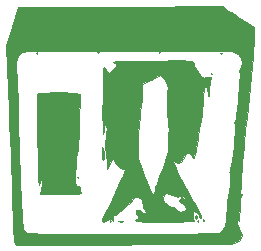
<source format=gbr>
G04 #@! TF.GenerationSoftware,KiCad,Pcbnew,(5.1.7)-1*
G04 #@! TF.CreationDate,2022-02-27T16:52:08+00:00*
G04 #@! TF.ProjectId,LBKEY,4c424b45-592e-46b6-9963-61645f706362,rev?*
G04 #@! TF.SameCoordinates,Original*
G04 #@! TF.FileFunction,Legend,Bot*
G04 #@! TF.FilePolarity,Positive*
%FSLAX46Y46*%
G04 Gerber Fmt 4.6, Leading zero omitted, Abs format (unit mm)*
G04 Created by KiCad (PCBNEW (5.1.7)-1) date 2022-02-27 16:52:08*
%MOMM*%
%LPD*%
G01*
G04 APERTURE LIST*
%ADD10C,0.010000*%
G04 APERTURE END LIST*
D10*
G36*
X84389576Y-31942424D02*
G01*
X84458213Y-31926575D01*
X84466546Y-31865454D01*
X84424303Y-31770422D01*
X84389576Y-31788484D01*
X84375758Y-31925502D01*
X84389576Y-31942424D01*
G37*
X84389576Y-31942424D02*
X84458213Y-31926575D01*
X84466546Y-31865454D01*
X84424303Y-31770422D01*
X84389576Y-31788484D01*
X84375758Y-31925502D01*
X84389576Y-31942424D01*
G36*
X87872455Y-42487272D02*
G01*
X87930182Y-42429545D01*
X87872455Y-42371818D01*
X87814727Y-42429545D01*
X87872455Y-42487272D01*
G37*
X87872455Y-42487272D02*
X87930182Y-42429545D01*
X87872455Y-42371818D01*
X87814727Y-42429545D01*
X87872455Y-42487272D01*
G36*
X84425383Y-36291943D02*
G01*
X84430138Y-36946969D01*
X84438280Y-37725890D01*
X84449626Y-38601963D01*
X84461126Y-39370000D01*
X84478193Y-40431802D01*
X84493170Y-41282102D01*
X84507551Y-41940275D01*
X84522833Y-42425701D01*
X84540512Y-42757756D01*
X84562084Y-42955818D01*
X84589045Y-43039266D01*
X84622890Y-43027476D01*
X84665117Y-42939827D01*
X84717220Y-42795697D01*
X84724075Y-42775909D01*
X84923877Y-42198636D01*
X84871463Y-42660454D01*
X84815897Y-43073428D01*
X84750314Y-43464408D01*
X84743820Y-43497500D01*
X84668591Y-43872727D01*
X86414841Y-43872727D01*
X87120998Y-43868018D01*
X87621684Y-43852488D01*
X87942170Y-43824027D01*
X88107730Y-43780530D01*
X88145368Y-43728409D01*
X88111951Y-43503601D01*
X88078728Y-43317578D01*
X88014976Y-43137436D01*
X87901401Y-43157949D01*
X87863542Y-43187397D01*
X87725417Y-43281360D01*
X87694722Y-43280727D01*
X87647466Y-42734581D01*
X87627717Y-42276405D01*
X87635807Y-41950131D01*
X87672069Y-41799688D01*
X87683483Y-41794545D01*
X87733917Y-41692629D01*
X87741583Y-41435360D01*
X87729708Y-41291905D01*
X87720202Y-40928179D01*
X87765429Y-40631689D01*
X87790048Y-40570314D01*
X87828355Y-40393644D01*
X87869369Y-40023304D01*
X87910346Y-39496469D01*
X87948539Y-38850315D01*
X87981203Y-38122016D01*
X87990993Y-37849498D01*
X88074943Y-35347634D01*
X87531741Y-35266176D01*
X87410637Y-35256025D01*
X87410637Y-42487272D01*
X87468364Y-42545000D01*
X87410637Y-42602727D01*
X87352909Y-42545000D01*
X87410637Y-42487272D01*
X87410637Y-35256025D01*
X87244129Y-35242066D01*
X86822918Y-35229904D01*
X86320646Y-35228476D01*
X85789848Y-35236570D01*
X85283062Y-35252974D01*
X84852824Y-35276475D01*
X84551672Y-35305860D01*
X84433293Y-35337680D01*
X84426777Y-35460554D01*
X84424201Y-35787557D01*
X84425383Y-36291943D01*
G37*
X84425383Y-36291943D02*
X84430138Y-36946969D01*
X84438280Y-37725890D01*
X84449626Y-38601963D01*
X84461126Y-39370000D01*
X84478193Y-40431802D01*
X84493170Y-41282102D01*
X84507551Y-41940275D01*
X84522833Y-42425701D01*
X84540512Y-42757756D01*
X84562084Y-42955818D01*
X84589045Y-43039266D01*
X84622890Y-43027476D01*
X84665117Y-42939827D01*
X84717220Y-42795697D01*
X84724075Y-42775909D01*
X84923877Y-42198636D01*
X84871463Y-42660454D01*
X84815897Y-43073428D01*
X84750314Y-43464408D01*
X84743820Y-43497500D01*
X84668591Y-43872727D01*
X86414841Y-43872727D01*
X87120998Y-43868018D01*
X87621684Y-43852488D01*
X87942170Y-43824027D01*
X88107730Y-43780530D01*
X88145368Y-43728409D01*
X88111951Y-43503601D01*
X88078728Y-43317578D01*
X88014976Y-43137436D01*
X87901401Y-43157949D01*
X87863542Y-43187397D01*
X87725417Y-43281360D01*
X87694722Y-43280727D01*
X87647466Y-42734581D01*
X87627717Y-42276405D01*
X87635807Y-41950131D01*
X87672069Y-41799688D01*
X87683483Y-41794545D01*
X87733917Y-41692629D01*
X87741583Y-41435360D01*
X87729708Y-41291905D01*
X87720202Y-40928179D01*
X87765429Y-40631689D01*
X87790048Y-40570314D01*
X87828355Y-40393644D01*
X87869369Y-40023304D01*
X87910346Y-39496469D01*
X87948539Y-38850315D01*
X87981203Y-38122016D01*
X87990993Y-37849498D01*
X88074943Y-35347634D01*
X87531741Y-35266176D01*
X87410637Y-35256025D01*
X87410637Y-42487272D01*
X87468364Y-42545000D01*
X87410637Y-42602727D01*
X87352909Y-42545000D01*
X87410637Y-42487272D01*
X87410637Y-35256025D01*
X87244129Y-35242066D01*
X86822918Y-35229904D01*
X86320646Y-35228476D01*
X85789848Y-35236570D01*
X85283062Y-35252974D01*
X84852824Y-35276475D01*
X84551672Y-35305860D01*
X84433293Y-35337680D01*
X84426777Y-35460554D01*
X84424201Y-35787557D01*
X84425383Y-36291943D01*
G36*
X89604273Y-31865454D02*
G01*
X89662000Y-31807727D01*
X89604273Y-31750000D01*
X89546546Y-31807727D01*
X89604273Y-31865454D01*
G37*
X89604273Y-31865454D02*
X89662000Y-31807727D01*
X89604273Y-31750000D01*
X89546546Y-31807727D01*
X89604273Y-31865454D01*
G36*
X89916335Y-40609180D02*
G01*
X89959382Y-40855556D01*
X89996818Y-40921500D01*
X90063176Y-40872013D01*
X90091062Y-40664190D01*
X90080076Y-40367446D01*
X90029818Y-40051196D01*
X90002435Y-39947272D01*
X89951706Y-39829287D01*
X89921313Y-39905105D01*
X89905856Y-40191839D01*
X89904418Y-40257959D01*
X89916335Y-40609180D01*
G37*
X89916335Y-40609180D02*
X89959382Y-40855556D01*
X89996818Y-40921500D01*
X90063176Y-40872013D01*
X90091062Y-40664190D01*
X90080076Y-40367446D01*
X90029818Y-40051196D01*
X90002435Y-39947272D01*
X89951706Y-39829287D01*
X89921313Y-39905105D01*
X89905856Y-40191839D01*
X89904418Y-40257959D01*
X89916335Y-40609180D01*
G36*
X90643364Y-46181818D02*
G01*
X90701091Y-46124091D01*
X90643364Y-46066363D01*
X90585637Y-46124091D01*
X90643364Y-46181818D01*
G37*
X90643364Y-46181818D02*
X90701091Y-46124091D01*
X90643364Y-46066363D01*
X90585637Y-46124091D01*
X90643364Y-46181818D01*
G36*
X91307227Y-46145949D02*
G01*
X91600046Y-46163904D01*
X91711318Y-46145949D01*
X91747251Y-46112485D01*
X91587607Y-46094266D01*
X91509273Y-46093149D01*
X91299224Y-46105186D01*
X91274470Y-46135155D01*
X91307227Y-46145949D01*
G37*
X91307227Y-46145949D02*
X91600046Y-46163904D01*
X91711318Y-46145949D01*
X91747251Y-46112485D01*
X91587607Y-46094266D01*
X91509273Y-46093149D01*
X91299224Y-46105186D01*
X91274470Y-46135155D01*
X91307227Y-46145949D01*
G36*
X94799727Y-31865454D02*
G01*
X94857455Y-31807727D01*
X94799727Y-31750000D01*
X94742000Y-31807727D01*
X94799727Y-31865454D01*
G37*
X94799727Y-31865454D02*
X94857455Y-31807727D01*
X94799727Y-31750000D01*
X94742000Y-31807727D01*
X94799727Y-31865454D01*
G36*
X97817521Y-45777727D02*
G01*
X97899469Y-45929638D01*
X97929352Y-45950909D01*
X97969712Y-45856631D01*
X97974727Y-45777727D01*
X97914306Y-45624055D01*
X97862896Y-45604545D01*
X97799372Y-45689174D01*
X97817521Y-45777727D01*
G37*
X97817521Y-45777727D02*
X97899469Y-45929638D01*
X97929352Y-45950909D01*
X97969712Y-45856631D01*
X97974727Y-45777727D01*
X97914306Y-45624055D01*
X97862896Y-45604545D01*
X97799372Y-45689174D01*
X97817521Y-45777727D01*
G36*
X98032455Y-46181818D02*
G01*
X98090182Y-46124091D01*
X98032455Y-46066363D01*
X97974727Y-46124091D01*
X98032455Y-46181818D01*
G37*
X98032455Y-46181818D02*
X98090182Y-46124091D01*
X98032455Y-46066363D01*
X97974727Y-46124091D01*
X98032455Y-46181818D01*
G36*
X98475030Y-46143333D02*
G01*
X98543668Y-46127485D01*
X98552000Y-46066363D01*
X98509757Y-45971331D01*
X98475030Y-45989394D01*
X98461213Y-46126411D01*
X98475030Y-46143333D01*
G37*
X98475030Y-46143333D02*
X98543668Y-46127485D01*
X98552000Y-46066363D01*
X98509757Y-45971331D01*
X98475030Y-45989394D01*
X98461213Y-46126411D01*
X98475030Y-46143333D01*
G36*
X89981102Y-46162891D02*
G01*
X90183944Y-46125985D01*
X90408832Y-46033411D01*
X90507329Y-45967989D01*
X90667470Y-45889523D01*
X90795964Y-46010329D01*
X90808812Y-46031097D01*
X90889474Y-46143324D01*
X90892845Y-46063219D01*
X90863343Y-45922045D01*
X90839010Y-45691968D01*
X90934547Y-45610257D01*
X91017670Y-45604545D01*
X91230595Y-45518098D01*
X91470824Y-45304296D01*
X91519464Y-45244884D01*
X91768994Y-44980942D01*
X92023412Y-44800400D01*
X92058348Y-44785136D01*
X92298295Y-44604193D01*
X92434905Y-44387022D01*
X92556401Y-44179580D01*
X92757292Y-44117002D01*
X92923517Y-44125179D01*
X93161090Y-44168342D01*
X93283791Y-44282881D01*
X93347911Y-44537128D01*
X93365611Y-44661859D01*
X93441301Y-44991975D01*
X93551270Y-45221471D01*
X93593177Y-45261718D01*
X93691852Y-45386151D01*
X93673492Y-45441538D01*
X93527865Y-45452644D01*
X93445927Y-45406764D01*
X93216358Y-45286005D01*
X93039046Y-45227938D01*
X92838089Y-45221568D01*
X92779488Y-45367268D01*
X92779273Y-45384445D01*
X92829739Y-45566105D01*
X92894727Y-45604545D01*
X92997792Y-45684293D01*
X92990731Y-45846662D01*
X92882334Y-45976337D01*
X92865864Y-45983208D01*
X92747230Y-46049541D01*
X92812840Y-46100836D01*
X93072214Y-46137949D01*
X93534873Y-46161734D01*
X94210336Y-46173048D01*
X94983151Y-46173390D01*
X95850879Y-46169043D01*
X96514892Y-46164051D01*
X97002381Y-46157131D01*
X97340540Y-46147002D01*
X97556561Y-46132382D01*
X97677637Y-46111990D01*
X97730959Y-46084544D01*
X97743720Y-46048763D01*
X97743818Y-46043272D01*
X97658975Y-45951207D01*
X97651547Y-45950909D01*
X97603346Y-45850295D01*
X97601278Y-45601589D01*
X97607948Y-45534000D01*
X97658807Y-45292180D01*
X97724498Y-45235071D01*
X97741991Y-45255224D01*
X97875960Y-45370889D01*
X97920823Y-45375413D01*
X98025141Y-45456768D01*
X98145153Y-45677638D01*
X98145642Y-45678833D01*
X98254365Y-45869352D01*
X98339441Y-45894389D01*
X98343113Y-45888963D01*
X98315938Y-45749409D01*
X98191368Y-45457104D01*
X97990475Y-45057504D01*
X97783144Y-44680909D01*
X97686091Y-44507864D01*
X97686091Y-44796363D01*
X97743818Y-44854091D01*
X97686091Y-44911818D01*
X97628364Y-44854091D01*
X97686091Y-44796363D01*
X97686091Y-44507864D01*
X97570637Y-44302008D01*
X97570637Y-44565454D01*
X97628364Y-44623181D01*
X97570637Y-44680909D01*
X97512909Y-44623181D01*
X97570637Y-44565454D01*
X97570637Y-44302008D01*
X97455182Y-44096151D01*
X97455182Y-45027272D01*
X97512909Y-45085000D01*
X97485306Y-45112603D01*
X97485306Y-45308256D01*
X97503794Y-45421742D01*
X97482567Y-45571488D01*
X97443155Y-45573276D01*
X97415594Y-45418753D01*
X97434041Y-45351988D01*
X97485306Y-45308256D01*
X97485306Y-45112603D01*
X97455182Y-45142727D01*
X97397455Y-45085000D01*
X97455182Y-45027272D01*
X97455182Y-44096151D01*
X97389092Y-43978312D01*
X97224273Y-43674235D01*
X97224273Y-44219091D01*
X97282000Y-44276818D01*
X97224273Y-44334545D01*
X97166546Y-44276818D01*
X97224273Y-44219091D01*
X97224273Y-43674235D01*
X97108818Y-43461229D01*
X97108818Y-43872727D01*
X97166546Y-43930454D01*
X97108818Y-43988181D01*
X97051091Y-43930454D01*
X97108818Y-43872727D01*
X97108818Y-43461229D01*
X97019910Y-43297200D01*
X96730348Y-42743943D01*
X96730348Y-43915440D01*
X96836956Y-43984440D01*
X96880388Y-44037480D01*
X96986603Y-44229910D01*
X96985893Y-44322773D01*
X96882734Y-44296611D01*
X96815672Y-44215747D01*
X96717761Y-44007672D01*
X96730348Y-43915440D01*
X96730348Y-42743943D01*
X96687639Y-42662340D01*
X96647000Y-42581464D01*
X96647000Y-43410909D01*
X96704727Y-43468636D01*
X96647000Y-43526363D01*
X96589273Y-43468636D01*
X96647000Y-43410909D01*
X96647000Y-42581464D01*
X96404319Y-42098499D01*
X96181991Y-41630442D01*
X96032696Y-41282936D01*
X95968475Y-41080747D01*
X96001368Y-41048643D01*
X96029069Y-41072954D01*
X96305396Y-41221639D01*
X96580575Y-41161030D01*
X96800757Y-40906650D01*
X96830163Y-40842045D01*
X97010332Y-40461607D01*
X97166014Y-40295668D01*
X97322758Y-40333305D01*
X97500825Y-40555301D01*
X97654753Y-40774555D01*
X97726715Y-40806090D01*
X97743612Y-40697727D01*
X97784411Y-40443772D01*
X97881248Y-40099214D01*
X97913671Y-40005000D01*
X98008168Y-39623271D01*
X98070786Y-39143169D01*
X98085114Y-38844681D01*
X98107079Y-38451908D01*
X98158829Y-38148536D01*
X98213579Y-38022784D01*
X98266333Y-37867592D01*
X98325268Y-37527757D01*
X98384077Y-37049210D01*
X98436455Y-36477881D01*
X98449146Y-36307029D01*
X98512813Y-35519484D01*
X98576826Y-34957312D01*
X98640867Y-34621619D01*
X98704618Y-34513513D01*
X98767759Y-34634102D01*
X98829726Y-34982627D01*
X98881556Y-35310165D01*
X98929706Y-35510578D01*
X98953733Y-35543115D01*
X98982222Y-35413542D01*
X99011622Y-35121764D01*
X99031405Y-34808046D01*
X99064869Y-34428479D01*
X99117142Y-34149342D01*
X99164662Y-34046294D01*
X99161754Y-33956280D01*
X99066592Y-33899984D01*
X98817799Y-33902487D01*
X98699661Y-33964817D01*
X98551288Y-34030306D01*
X98395734Y-33930193D01*
X98303000Y-33822491D01*
X97950913Y-33343825D01*
X97746926Y-32973797D01*
X97702528Y-32733764D01*
X97707852Y-32716288D01*
X97675616Y-32643160D01*
X97503816Y-32588339D01*
X97174970Y-32550701D01*
X96671596Y-32529120D01*
X95976211Y-32522469D01*
X95071334Y-32529623D01*
X94857455Y-32532706D01*
X94853073Y-32532765D01*
X94853073Y-33780782D01*
X95183568Y-34097417D01*
X95442447Y-34483225D01*
X95483843Y-34917216D01*
X95436532Y-35098181D01*
X95418700Y-35273496D01*
X95414778Y-35620662D01*
X95422487Y-36081187D01*
X95439548Y-36596582D01*
X95463680Y-37108357D01*
X95492605Y-37558020D01*
X95524043Y-37887083D01*
X95550691Y-38027419D01*
X95597976Y-38328037D01*
X95571515Y-38504091D01*
X95533612Y-38746304D01*
X95519583Y-39119366D01*
X95525740Y-39385617D01*
X95531475Y-39783655D01*
X95499327Y-40158834D01*
X95417285Y-40561406D01*
X95273339Y-41041622D01*
X95260174Y-41078369D01*
X95260174Y-43777886D01*
X95389357Y-43784321D01*
X95659288Y-43860458D01*
X95849309Y-43928324D01*
X96197696Y-44042983D01*
X96393082Y-44053133D01*
X96470865Y-43992960D01*
X96557312Y-43950684D01*
X96620215Y-44094035D01*
X96630510Y-44256237D01*
X96578506Y-44270163D01*
X96488636Y-44302586D01*
X96473818Y-44385459D01*
X96560398Y-44542924D01*
X96641263Y-44565454D01*
X96833509Y-44662912D01*
X96992828Y-44890371D01*
X97047580Y-45106083D01*
X96955553Y-45249390D01*
X96836447Y-45310746D01*
X96513653Y-45325661D01*
X96263280Y-45183720D01*
X96197732Y-45076073D01*
X96046766Y-44951148D01*
X95842442Y-44911818D01*
X95623699Y-44875359D01*
X95550182Y-44804143D01*
X95454543Y-44688322D01*
X95307166Y-44619339D01*
X95142037Y-44522935D01*
X95111726Y-44333555D01*
X95135186Y-44187023D01*
X95200601Y-43922303D01*
X95259378Y-43778712D01*
X95260174Y-43777886D01*
X95260174Y-41078369D01*
X95055479Y-41649734D01*
X94867293Y-42140612D01*
X94677073Y-42646107D01*
X94568818Y-42956211D01*
X94568818Y-44219091D01*
X94626546Y-44276818D01*
X94568818Y-44334545D01*
X94511091Y-44276818D01*
X94568818Y-44219091D01*
X94568818Y-42956211D01*
X94523573Y-43085819D01*
X94453364Y-43313319D01*
X94453364Y-43988181D01*
X94511091Y-44045909D01*
X94453364Y-44103636D01*
X94395637Y-44045909D01*
X94453364Y-43988181D01*
X94453364Y-43313319D01*
X94424302Y-43407490D01*
X94395637Y-43548116D01*
X94344402Y-43768337D01*
X94218939Y-43793950D01*
X94061603Y-43629663D01*
X93995526Y-43503654D01*
X93991546Y-43494140D01*
X93991546Y-44219091D01*
X94049273Y-44276818D01*
X93991546Y-44334545D01*
X93933818Y-44276818D01*
X93991546Y-44219091D01*
X93991546Y-43494140D01*
X93882687Y-43233891D01*
X93716391Y-42813644D01*
X93522607Y-42309246D01*
X93394225Y-41967727D01*
X93211407Y-41466353D01*
X93090623Y-41082553D01*
X93020355Y-40743300D01*
X92989084Y-40375567D01*
X92985291Y-39906330D01*
X92993856Y-39429523D01*
X93022065Y-38732140D01*
X93074105Y-37972335D01*
X93141453Y-37261653D01*
X93187884Y-36889523D01*
X93260666Y-36316515D01*
X93317449Y-35753360D01*
X93349922Y-35288088D01*
X93354430Y-35125967D01*
X93356546Y-34518753D01*
X94104809Y-34149767D01*
X94853073Y-33780782D01*
X94853073Y-32532765D01*
X94395637Y-32538953D01*
X94395637Y-32789091D01*
X94490669Y-32831334D01*
X94472606Y-32866060D01*
X94335589Y-32879878D01*
X94318667Y-32866060D01*
X94334515Y-32797423D01*
X94395637Y-32789091D01*
X94395637Y-32538953D01*
X94295881Y-32540303D01*
X93595898Y-32548301D01*
X92850003Y-32555710D01*
X92202000Y-32561158D01*
X91913364Y-32566059D01*
X91913364Y-41448181D01*
X91971091Y-41505909D01*
X91913364Y-41563636D01*
X91855637Y-41505909D01*
X91913364Y-41448181D01*
X91913364Y-32566059D01*
X91537906Y-32572435D01*
X91101078Y-32594814D01*
X90888127Y-32628598D01*
X90895662Y-32674091D01*
X90903137Y-32677234D01*
X91101134Y-32789902D01*
X91159261Y-32871961D01*
X91082019Y-33024730D01*
X90904598Y-33245789D01*
X90697166Y-33458605D01*
X90529892Y-33586646D01*
X90494252Y-33597272D01*
X90378011Y-33503914D01*
X90242668Y-33279772D01*
X90131543Y-33094000D01*
X90062619Y-33070830D01*
X90060104Y-33077727D01*
X90040746Y-33247021D01*
X90023214Y-33591538D01*
X90007792Y-34075216D01*
X89994761Y-34661994D01*
X89984406Y-35315809D01*
X89977010Y-36000601D01*
X89972856Y-36680306D01*
X89972227Y-37318863D01*
X89975406Y-37880211D01*
X89982677Y-38328287D01*
X89994323Y-38627029D01*
X90010626Y-38740377D01*
X90015675Y-38735000D01*
X90084739Y-38458489D01*
X90124356Y-38110237D01*
X90124818Y-38100000D01*
X90142048Y-37695909D01*
X90265251Y-38035134D01*
X90326173Y-38348915D01*
X90301497Y-38766867D01*
X90243666Y-39102782D01*
X90179229Y-39531810D01*
X90166027Y-39875079D01*
X90193948Y-40033557D01*
X90269459Y-40297806D01*
X90304401Y-40582272D01*
X90321281Y-40954590D01*
X90338857Y-41332727D01*
X90357931Y-41736818D01*
X90614990Y-41234612D01*
X90770819Y-40950573D01*
X90862133Y-40854524D01*
X90917184Y-40923003D01*
X90930888Y-40972268D01*
X91087494Y-41309392D01*
X91337610Y-41568906D01*
X91610680Y-41678814D01*
X91623597Y-41679091D01*
X91811853Y-41725092D01*
X91855637Y-41789366D01*
X91808036Y-41954709D01*
X91677245Y-42287156D01*
X91481274Y-42746263D01*
X91238136Y-43291583D01*
X90965843Y-43882673D01*
X90682410Y-44479087D01*
X90422663Y-45006946D01*
X90201501Y-45452755D01*
X90025625Y-45817647D01*
X89917061Y-46055302D01*
X89892909Y-46121059D01*
X89981102Y-46162891D01*
G37*
X89981102Y-46162891D02*
X90183944Y-46125985D01*
X90408832Y-46033411D01*
X90507329Y-45967989D01*
X90667470Y-45889523D01*
X90795964Y-46010329D01*
X90808812Y-46031097D01*
X90889474Y-46143324D01*
X90892845Y-46063219D01*
X90863343Y-45922045D01*
X90839010Y-45691968D01*
X90934547Y-45610257D01*
X91017670Y-45604545D01*
X91230595Y-45518098D01*
X91470824Y-45304296D01*
X91519464Y-45244884D01*
X91768994Y-44980942D01*
X92023412Y-44800400D01*
X92058348Y-44785136D01*
X92298295Y-44604193D01*
X92434905Y-44387022D01*
X92556401Y-44179580D01*
X92757292Y-44117002D01*
X92923517Y-44125179D01*
X93161090Y-44168342D01*
X93283791Y-44282881D01*
X93347911Y-44537128D01*
X93365611Y-44661859D01*
X93441301Y-44991975D01*
X93551270Y-45221471D01*
X93593177Y-45261718D01*
X93691852Y-45386151D01*
X93673492Y-45441538D01*
X93527865Y-45452644D01*
X93445927Y-45406764D01*
X93216358Y-45286005D01*
X93039046Y-45227938D01*
X92838089Y-45221568D01*
X92779488Y-45367268D01*
X92779273Y-45384445D01*
X92829739Y-45566105D01*
X92894727Y-45604545D01*
X92997792Y-45684293D01*
X92990731Y-45846662D01*
X92882334Y-45976337D01*
X92865864Y-45983208D01*
X92747230Y-46049541D01*
X92812840Y-46100836D01*
X93072214Y-46137949D01*
X93534873Y-46161734D01*
X94210336Y-46173048D01*
X94983151Y-46173390D01*
X95850879Y-46169043D01*
X96514892Y-46164051D01*
X97002381Y-46157131D01*
X97340540Y-46147002D01*
X97556561Y-46132382D01*
X97677637Y-46111990D01*
X97730959Y-46084544D01*
X97743720Y-46048763D01*
X97743818Y-46043272D01*
X97658975Y-45951207D01*
X97651547Y-45950909D01*
X97603346Y-45850295D01*
X97601278Y-45601589D01*
X97607948Y-45534000D01*
X97658807Y-45292180D01*
X97724498Y-45235071D01*
X97741991Y-45255224D01*
X97875960Y-45370889D01*
X97920823Y-45375413D01*
X98025141Y-45456768D01*
X98145153Y-45677638D01*
X98145642Y-45678833D01*
X98254365Y-45869352D01*
X98339441Y-45894389D01*
X98343113Y-45888963D01*
X98315938Y-45749409D01*
X98191368Y-45457104D01*
X97990475Y-45057504D01*
X97783144Y-44680909D01*
X97686091Y-44507864D01*
X97686091Y-44796363D01*
X97743818Y-44854091D01*
X97686091Y-44911818D01*
X97628364Y-44854091D01*
X97686091Y-44796363D01*
X97686091Y-44507864D01*
X97570637Y-44302008D01*
X97570637Y-44565454D01*
X97628364Y-44623181D01*
X97570637Y-44680909D01*
X97512909Y-44623181D01*
X97570637Y-44565454D01*
X97570637Y-44302008D01*
X97455182Y-44096151D01*
X97455182Y-45027272D01*
X97512909Y-45085000D01*
X97485306Y-45112603D01*
X97485306Y-45308256D01*
X97503794Y-45421742D01*
X97482567Y-45571488D01*
X97443155Y-45573276D01*
X97415594Y-45418753D01*
X97434041Y-45351988D01*
X97485306Y-45308256D01*
X97485306Y-45112603D01*
X97455182Y-45142727D01*
X97397455Y-45085000D01*
X97455182Y-45027272D01*
X97455182Y-44096151D01*
X97389092Y-43978312D01*
X97224273Y-43674235D01*
X97224273Y-44219091D01*
X97282000Y-44276818D01*
X97224273Y-44334545D01*
X97166546Y-44276818D01*
X97224273Y-44219091D01*
X97224273Y-43674235D01*
X97108818Y-43461229D01*
X97108818Y-43872727D01*
X97166546Y-43930454D01*
X97108818Y-43988181D01*
X97051091Y-43930454D01*
X97108818Y-43872727D01*
X97108818Y-43461229D01*
X97019910Y-43297200D01*
X96730348Y-42743943D01*
X96730348Y-43915440D01*
X96836956Y-43984440D01*
X96880388Y-44037480D01*
X96986603Y-44229910D01*
X96985893Y-44322773D01*
X96882734Y-44296611D01*
X96815672Y-44215747D01*
X96717761Y-44007672D01*
X96730348Y-43915440D01*
X96730348Y-42743943D01*
X96687639Y-42662340D01*
X96647000Y-42581464D01*
X96647000Y-43410909D01*
X96704727Y-43468636D01*
X96647000Y-43526363D01*
X96589273Y-43468636D01*
X96647000Y-43410909D01*
X96647000Y-42581464D01*
X96404319Y-42098499D01*
X96181991Y-41630442D01*
X96032696Y-41282936D01*
X95968475Y-41080747D01*
X96001368Y-41048643D01*
X96029069Y-41072954D01*
X96305396Y-41221639D01*
X96580575Y-41161030D01*
X96800757Y-40906650D01*
X96830163Y-40842045D01*
X97010332Y-40461607D01*
X97166014Y-40295668D01*
X97322758Y-40333305D01*
X97500825Y-40555301D01*
X97654753Y-40774555D01*
X97726715Y-40806090D01*
X97743612Y-40697727D01*
X97784411Y-40443772D01*
X97881248Y-40099214D01*
X97913671Y-40005000D01*
X98008168Y-39623271D01*
X98070786Y-39143169D01*
X98085114Y-38844681D01*
X98107079Y-38451908D01*
X98158829Y-38148536D01*
X98213579Y-38022784D01*
X98266333Y-37867592D01*
X98325268Y-37527757D01*
X98384077Y-37049210D01*
X98436455Y-36477881D01*
X98449146Y-36307029D01*
X98512813Y-35519484D01*
X98576826Y-34957312D01*
X98640867Y-34621619D01*
X98704618Y-34513513D01*
X98767759Y-34634102D01*
X98829726Y-34982627D01*
X98881556Y-35310165D01*
X98929706Y-35510578D01*
X98953733Y-35543115D01*
X98982222Y-35413542D01*
X99011622Y-35121764D01*
X99031405Y-34808046D01*
X99064869Y-34428479D01*
X99117142Y-34149342D01*
X99164662Y-34046294D01*
X99161754Y-33956280D01*
X99066592Y-33899984D01*
X98817799Y-33902487D01*
X98699661Y-33964817D01*
X98551288Y-34030306D01*
X98395734Y-33930193D01*
X98303000Y-33822491D01*
X97950913Y-33343825D01*
X97746926Y-32973797D01*
X97702528Y-32733764D01*
X97707852Y-32716288D01*
X97675616Y-32643160D01*
X97503816Y-32588339D01*
X97174970Y-32550701D01*
X96671596Y-32529120D01*
X95976211Y-32522469D01*
X95071334Y-32529623D01*
X94857455Y-32532706D01*
X94853073Y-32532765D01*
X94853073Y-33780782D01*
X95183568Y-34097417D01*
X95442447Y-34483225D01*
X95483843Y-34917216D01*
X95436532Y-35098181D01*
X95418700Y-35273496D01*
X95414778Y-35620662D01*
X95422487Y-36081187D01*
X95439548Y-36596582D01*
X95463680Y-37108357D01*
X95492605Y-37558020D01*
X95524043Y-37887083D01*
X95550691Y-38027419D01*
X95597976Y-38328037D01*
X95571515Y-38504091D01*
X95533612Y-38746304D01*
X95519583Y-39119366D01*
X95525740Y-39385617D01*
X95531475Y-39783655D01*
X95499327Y-40158834D01*
X95417285Y-40561406D01*
X95273339Y-41041622D01*
X95260174Y-41078369D01*
X95260174Y-43777886D01*
X95389357Y-43784321D01*
X95659288Y-43860458D01*
X95849309Y-43928324D01*
X96197696Y-44042983D01*
X96393082Y-44053133D01*
X96470865Y-43992960D01*
X96557312Y-43950684D01*
X96620215Y-44094035D01*
X96630510Y-44256237D01*
X96578506Y-44270163D01*
X96488636Y-44302586D01*
X96473818Y-44385459D01*
X96560398Y-44542924D01*
X96641263Y-44565454D01*
X96833509Y-44662912D01*
X96992828Y-44890371D01*
X97047580Y-45106083D01*
X96955553Y-45249390D01*
X96836447Y-45310746D01*
X96513653Y-45325661D01*
X96263280Y-45183720D01*
X96197732Y-45076073D01*
X96046766Y-44951148D01*
X95842442Y-44911818D01*
X95623699Y-44875359D01*
X95550182Y-44804143D01*
X95454543Y-44688322D01*
X95307166Y-44619339D01*
X95142037Y-44522935D01*
X95111726Y-44333555D01*
X95135186Y-44187023D01*
X95200601Y-43922303D01*
X95259378Y-43778712D01*
X95260174Y-43777886D01*
X95260174Y-41078369D01*
X95055479Y-41649734D01*
X94867293Y-42140612D01*
X94677073Y-42646107D01*
X94568818Y-42956211D01*
X94568818Y-44219091D01*
X94626546Y-44276818D01*
X94568818Y-44334545D01*
X94511091Y-44276818D01*
X94568818Y-44219091D01*
X94568818Y-42956211D01*
X94523573Y-43085819D01*
X94453364Y-43313319D01*
X94453364Y-43988181D01*
X94511091Y-44045909D01*
X94453364Y-44103636D01*
X94395637Y-44045909D01*
X94453364Y-43988181D01*
X94453364Y-43313319D01*
X94424302Y-43407490D01*
X94395637Y-43548116D01*
X94344402Y-43768337D01*
X94218939Y-43793950D01*
X94061603Y-43629663D01*
X93995526Y-43503654D01*
X93991546Y-43494140D01*
X93991546Y-44219091D01*
X94049273Y-44276818D01*
X93991546Y-44334545D01*
X93933818Y-44276818D01*
X93991546Y-44219091D01*
X93991546Y-43494140D01*
X93882687Y-43233891D01*
X93716391Y-42813644D01*
X93522607Y-42309246D01*
X93394225Y-41967727D01*
X93211407Y-41466353D01*
X93090623Y-41082553D01*
X93020355Y-40743300D01*
X92989084Y-40375567D01*
X92985291Y-39906330D01*
X92993856Y-39429523D01*
X93022065Y-38732140D01*
X93074105Y-37972335D01*
X93141453Y-37261653D01*
X93187884Y-36889523D01*
X93260666Y-36316515D01*
X93317449Y-35753360D01*
X93349922Y-35288088D01*
X93354430Y-35125967D01*
X93356546Y-34518753D01*
X94104809Y-34149767D01*
X94853073Y-33780782D01*
X94853073Y-32532765D01*
X94395637Y-32538953D01*
X94395637Y-32789091D01*
X94490669Y-32831334D01*
X94472606Y-32866060D01*
X94335589Y-32879878D01*
X94318667Y-32866060D01*
X94334515Y-32797423D01*
X94395637Y-32789091D01*
X94395637Y-32538953D01*
X94295881Y-32540303D01*
X93595898Y-32548301D01*
X92850003Y-32555710D01*
X92202000Y-32561158D01*
X91913364Y-32566059D01*
X91913364Y-41448181D01*
X91971091Y-41505909D01*
X91913364Y-41563636D01*
X91855637Y-41505909D01*
X91913364Y-41448181D01*
X91913364Y-32566059D01*
X91537906Y-32572435D01*
X91101078Y-32594814D01*
X90888127Y-32628598D01*
X90895662Y-32674091D01*
X90903137Y-32677234D01*
X91101134Y-32789902D01*
X91159261Y-32871961D01*
X91082019Y-33024730D01*
X90904598Y-33245789D01*
X90697166Y-33458605D01*
X90529892Y-33586646D01*
X90494252Y-33597272D01*
X90378011Y-33503914D01*
X90242668Y-33279772D01*
X90131543Y-33094000D01*
X90062619Y-33070830D01*
X90060104Y-33077727D01*
X90040746Y-33247021D01*
X90023214Y-33591538D01*
X90007792Y-34075216D01*
X89994761Y-34661994D01*
X89984406Y-35315809D01*
X89977010Y-36000601D01*
X89972856Y-36680306D01*
X89972227Y-37318863D01*
X89975406Y-37880211D01*
X89982677Y-38328287D01*
X89994323Y-38627029D01*
X90010626Y-38740377D01*
X90015675Y-38735000D01*
X90084739Y-38458489D01*
X90124356Y-38110237D01*
X90124818Y-38100000D01*
X90142048Y-37695909D01*
X90265251Y-38035134D01*
X90326173Y-38348915D01*
X90301497Y-38766867D01*
X90243666Y-39102782D01*
X90179229Y-39531810D01*
X90166027Y-39875079D01*
X90193948Y-40033557D01*
X90269459Y-40297806D01*
X90304401Y-40582272D01*
X90321281Y-40954590D01*
X90338857Y-41332727D01*
X90357931Y-41736818D01*
X90614990Y-41234612D01*
X90770819Y-40950573D01*
X90862133Y-40854524D01*
X90917184Y-40923003D01*
X90930888Y-40972268D01*
X91087494Y-41309392D01*
X91337610Y-41568906D01*
X91610680Y-41678814D01*
X91623597Y-41679091D01*
X91811853Y-41725092D01*
X91855637Y-41789366D01*
X91808036Y-41954709D01*
X91677245Y-42287156D01*
X91481274Y-42746263D01*
X91238136Y-43291583D01*
X90965843Y-43882673D01*
X90682410Y-44479087D01*
X90422663Y-45006946D01*
X90201501Y-45452755D01*
X90025625Y-45817647D01*
X89917061Y-46055302D01*
X89892909Y-46121059D01*
X89981102Y-46162891D01*
G36*
X99187000Y-33712727D02*
G01*
X99244727Y-33655000D01*
X99187000Y-33597272D01*
X99129273Y-33655000D01*
X99187000Y-33712727D01*
G37*
X99187000Y-33712727D02*
X99244727Y-33655000D01*
X99187000Y-33597272D01*
X99129273Y-33655000D01*
X99187000Y-33712727D01*
G36*
X99995182Y-31980909D02*
G01*
X100052909Y-31923181D01*
X99995182Y-31865454D01*
X99937455Y-31923181D01*
X99995182Y-31980909D01*
G37*
X99995182Y-31980909D02*
X100052909Y-31923181D01*
X99995182Y-31865454D01*
X99937455Y-31923181D01*
X99995182Y-31980909D01*
G36*
X82043494Y-36704069D02*
G01*
X82091682Y-37924119D01*
X82139973Y-39179360D01*
X82186870Y-40428669D01*
X82230878Y-41630927D01*
X82270501Y-42745011D01*
X82304243Y-43729800D01*
X82330607Y-44544174D01*
X82339959Y-44854091D01*
X82366664Y-45644732D01*
X82397995Y-46369572D01*
X82431862Y-46992984D01*
X82466177Y-47479340D01*
X82498850Y-47793016D01*
X82517731Y-47886151D01*
X82614606Y-48147303D01*
X91708985Y-48112356D01*
X93144909Y-48106033D01*
X94518955Y-48098422D01*
X95812893Y-48089718D01*
X97008493Y-48080115D01*
X98087527Y-48069809D01*
X99031764Y-48058995D01*
X99822975Y-48047868D01*
X100442932Y-48036623D01*
X100873403Y-48025455D01*
X101096161Y-48014559D01*
X101118448Y-48011664D01*
X101515693Y-47852360D01*
X101743347Y-47599862D01*
X101780992Y-47294812D01*
X101627165Y-46999091D01*
X101507910Y-46769277D01*
X101412998Y-46432413D01*
X101399528Y-46355000D01*
X101371453Y-46080059D01*
X101404700Y-46022641D01*
X101439868Y-46066363D01*
X101509210Y-46106315D01*
X101551113Y-45947951D01*
X101568804Y-45662272D01*
X101588947Y-45070276D01*
X101607182Y-44660938D01*
X101627535Y-44386085D01*
X101654031Y-44197544D01*
X101690696Y-44047141D01*
X101708696Y-43988181D01*
X101756059Y-43805099D01*
X101712017Y-43817463D01*
X101667274Y-43872727D01*
X101590829Y-43937107D01*
X101578380Y-43825021D01*
X101612214Y-43584091D01*
X101660455Y-43206706D01*
X101678814Y-42875990D01*
X101677933Y-42833636D01*
X101684676Y-42624737D01*
X101710442Y-42233486D01*
X101751036Y-41707269D01*
X101802262Y-41093471D01*
X101859927Y-40439480D01*
X101919833Y-39792681D01*
X101977786Y-39200461D01*
X102029591Y-38710206D01*
X102071052Y-38369302D01*
X102076576Y-38330909D01*
X102132945Y-37904327D01*
X102204000Y-37292349D01*
X102285412Y-36539705D01*
X102372851Y-35691124D01*
X102461987Y-34791336D01*
X102548491Y-33885069D01*
X102628034Y-33017053D01*
X102696285Y-32232017D01*
X102748917Y-31574691D01*
X102781598Y-31089803D01*
X102786200Y-30999545D01*
X102844277Y-29729545D01*
X102285639Y-29390446D01*
X101871772Y-29125311D01*
X101457975Y-28838842D01*
X101294046Y-28716881D01*
X101043340Y-28537653D01*
X100887041Y-28453723D01*
X100861091Y-28460107D01*
X100784315Y-28443554D01*
X100591872Y-28308912D01*
X100505004Y-28238171D01*
X100148917Y-27938544D01*
X91993654Y-27966376D01*
X91993654Y-31692272D01*
X92066109Y-31692272D01*
X93473366Y-31693415D01*
X94818647Y-31696723D01*
X96083319Y-31702014D01*
X97248751Y-31709107D01*
X98296313Y-31717821D01*
X99207372Y-31727975D01*
X99963299Y-31739387D01*
X100545460Y-31751877D01*
X100935226Y-31765263D01*
X101113966Y-31779363D01*
X101117945Y-31780330D01*
X101457907Y-31983079D01*
X101679961Y-32323394D01*
X101758641Y-32727243D01*
X101668478Y-33120592D01*
X101611701Y-33215650D01*
X101517143Y-33417070D01*
X101555369Y-33501577D01*
X101581899Y-33621440D01*
X101584499Y-33924872D01*
X101567041Y-34367421D01*
X101533397Y-34904640D01*
X101487441Y-35492077D01*
X101433046Y-36085283D01*
X101374085Y-36639809D01*
X101314430Y-37111204D01*
X101257955Y-37455018D01*
X101208532Y-37626802D01*
X101194945Y-37638181D01*
X101150870Y-37737331D01*
X101160764Y-37979446D01*
X101165765Y-38013409D01*
X101177903Y-38283591D01*
X101162385Y-38709157D01*
X101124632Y-39240341D01*
X101070068Y-39827381D01*
X101004114Y-40420511D01*
X100932194Y-40969970D01*
X100859731Y-41425992D01*
X100792145Y-41738814D01*
X100747731Y-41849748D01*
X100682542Y-41996344D01*
X100744776Y-42044410D01*
X100784948Y-42158514D01*
X100784405Y-42467225D01*
X100742548Y-42980463D01*
X100658773Y-43708152D01*
X100630300Y-43931774D01*
X100548617Y-44580544D01*
X100478861Y-45167185D01*
X100426251Y-45645185D01*
X100396008Y-45968031D01*
X100390770Y-46066363D01*
X100306705Y-46561616D01*
X100073704Y-46926800D01*
X99798454Y-47096362D01*
X99598714Y-47124104D01*
X99169698Y-47148353D01*
X98513012Y-47169085D01*
X97630261Y-47186277D01*
X96523053Y-47199904D01*
X95192994Y-47209943D01*
X93641689Y-47216369D01*
X91870746Y-47219159D01*
X91567093Y-47219266D01*
X90020826Y-47219266D01*
X88688934Y-47218338D01*
X87554886Y-47216075D01*
X86602148Y-47212068D01*
X85814188Y-47205910D01*
X85174473Y-47197193D01*
X84666470Y-47185508D01*
X84273647Y-47170448D01*
X83979471Y-47151605D01*
X83767409Y-47128571D01*
X83620929Y-47100937D01*
X83523498Y-47068296D01*
X83458583Y-47030240D01*
X83444291Y-47018819D01*
X83383693Y-46965463D01*
X83331323Y-46903682D01*
X83285905Y-46816128D01*
X83246167Y-46685454D01*
X83210835Y-46494310D01*
X83178635Y-46225351D01*
X83148295Y-45861227D01*
X83118542Y-45384591D01*
X83088100Y-44778094D01*
X83055698Y-44024390D01*
X83020062Y-43106130D01*
X82979918Y-42005966D01*
X82933994Y-40706550D01*
X82891313Y-39485454D01*
X82855697Y-38426756D01*
X82818715Y-37248837D01*
X82779544Y-35923919D01*
X82737364Y-34424223D01*
X82691354Y-32721971D01*
X82690438Y-32687486D01*
X82707143Y-32337526D01*
X82809313Y-32112388D01*
X83002927Y-31937031D01*
X83066359Y-31891460D01*
X83137464Y-31851929D01*
X83232140Y-31818007D01*
X83366285Y-31789267D01*
X83555796Y-31765278D01*
X83816573Y-31745612D01*
X84164512Y-31729838D01*
X84615512Y-31717528D01*
X85185471Y-31708252D01*
X85890288Y-31701581D01*
X86745859Y-31697086D01*
X87768083Y-31694337D01*
X88972858Y-31692904D01*
X90376083Y-31692359D01*
X91993654Y-31692272D01*
X91993654Y-27966376D01*
X91478477Y-27968135D01*
X82808037Y-27997727D01*
X82317982Y-29661341D01*
X81827927Y-31324956D01*
X82043494Y-36704069D01*
G37*
X82043494Y-36704069D02*
X82091682Y-37924119D01*
X82139973Y-39179360D01*
X82186870Y-40428669D01*
X82230878Y-41630927D01*
X82270501Y-42745011D01*
X82304243Y-43729800D01*
X82330607Y-44544174D01*
X82339959Y-44854091D01*
X82366664Y-45644732D01*
X82397995Y-46369572D01*
X82431862Y-46992984D01*
X82466177Y-47479340D01*
X82498850Y-47793016D01*
X82517731Y-47886151D01*
X82614606Y-48147303D01*
X91708985Y-48112356D01*
X93144909Y-48106033D01*
X94518955Y-48098422D01*
X95812893Y-48089718D01*
X97008493Y-48080115D01*
X98087527Y-48069809D01*
X99031764Y-48058995D01*
X99822975Y-48047868D01*
X100442932Y-48036623D01*
X100873403Y-48025455D01*
X101096161Y-48014559D01*
X101118448Y-48011664D01*
X101515693Y-47852360D01*
X101743347Y-47599862D01*
X101780992Y-47294812D01*
X101627165Y-46999091D01*
X101507910Y-46769277D01*
X101412998Y-46432413D01*
X101399528Y-46355000D01*
X101371453Y-46080059D01*
X101404700Y-46022641D01*
X101439868Y-46066363D01*
X101509210Y-46106315D01*
X101551113Y-45947951D01*
X101568804Y-45662272D01*
X101588947Y-45070276D01*
X101607182Y-44660938D01*
X101627535Y-44386085D01*
X101654031Y-44197544D01*
X101690696Y-44047141D01*
X101708696Y-43988181D01*
X101756059Y-43805099D01*
X101712017Y-43817463D01*
X101667274Y-43872727D01*
X101590829Y-43937107D01*
X101578380Y-43825021D01*
X101612214Y-43584091D01*
X101660455Y-43206706D01*
X101678814Y-42875990D01*
X101677933Y-42833636D01*
X101684676Y-42624737D01*
X101710442Y-42233486D01*
X101751036Y-41707269D01*
X101802262Y-41093471D01*
X101859927Y-40439480D01*
X101919833Y-39792681D01*
X101977786Y-39200461D01*
X102029591Y-38710206D01*
X102071052Y-38369302D01*
X102076576Y-38330909D01*
X102132945Y-37904327D01*
X102204000Y-37292349D01*
X102285412Y-36539705D01*
X102372851Y-35691124D01*
X102461987Y-34791336D01*
X102548491Y-33885069D01*
X102628034Y-33017053D01*
X102696285Y-32232017D01*
X102748917Y-31574691D01*
X102781598Y-31089803D01*
X102786200Y-30999545D01*
X102844277Y-29729545D01*
X102285639Y-29390446D01*
X101871772Y-29125311D01*
X101457975Y-28838842D01*
X101294046Y-28716881D01*
X101043340Y-28537653D01*
X100887041Y-28453723D01*
X100861091Y-28460107D01*
X100784315Y-28443554D01*
X100591872Y-28308912D01*
X100505004Y-28238171D01*
X100148917Y-27938544D01*
X91993654Y-27966376D01*
X91993654Y-31692272D01*
X92066109Y-31692272D01*
X93473366Y-31693415D01*
X94818647Y-31696723D01*
X96083319Y-31702014D01*
X97248751Y-31709107D01*
X98296313Y-31717821D01*
X99207372Y-31727975D01*
X99963299Y-31739387D01*
X100545460Y-31751877D01*
X100935226Y-31765263D01*
X101113966Y-31779363D01*
X101117945Y-31780330D01*
X101457907Y-31983079D01*
X101679961Y-32323394D01*
X101758641Y-32727243D01*
X101668478Y-33120592D01*
X101611701Y-33215650D01*
X101517143Y-33417070D01*
X101555369Y-33501577D01*
X101581899Y-33621440D01*
X101584499Y-33924872D01*
X101567041Y-34367421D01*
X101533397Y-34904640D01*
X101487441Y-35492077D01*
X101433046Y-36085283D01*
X101374085Y-36639809D01*
X101314430Y-37111204D01*
X101257955Y-37455018D01*
X101208532Y-37626802D01*
X101194945Y-37638181D01*
X101150870Y-37737331D01*
X101160764Y-37979446D01*
X101165765Y-38013409D01*
X101177903Y-38283591D01*
X101162385Y-38709157D01*
X101124632Y-39240341D01*
X101070068Y-39827381D01*
X101004114Y-40420511D01*
X100932194Y-40969970D01*
X100859731Y-41425992D01*
X100792145Y-41738814D01*
X100747731Y-41849748D01*
X100682542Y-41996344D01*
X100744776Y-42044410D01*
X100784948Y-42158514D01*
X100784405Y-42467225D01*
X100742548Y-42980463D01*
X100658773Y-43708152D01*
X100630300Y-43931774D01*
X100548617Y-44580544D01*
X100478861Y-45167185D01*
X100426251Y-45645185D01*
X100396008Y-45968031D01*
X100390770Y-46066363D01*
X100306705Y-46561616D01*
X100073704Y-46926800D01*
X99798454Y-47096362D01*
X99598714Y-47124104D01*
X99169698Y-47148353D01*
X98513012Y-47169085D01*
X97630261Y-47186277D01*
X96523053Y-47199904D01*
X95192994Y-47209943D01*
X93641689Y-47216369D01*
X91870746Y-47219159D01*
X91567093Y-47219266D01*
X90020826Y-47219266D01*
X88688934Y-47218338D01*
X87554886Y-47216075D01*
X86602148Y-47212068D01*
X85814188Y-47205910D01*
X85174473Y-47197193D01*
X84666470Y-47185508D01*
X84273647Y-47170448D01*
X83979471Y-47151605D01*
X83767409Y-47128571D01*
X83620929Y-47100937D01*
X83523498Y-47068296D01*
X83458583Y-47030240D01*
X83444291Y-47018819D01*
X83383693Y-46965463D01*
X83331323Y-46903682D01*
X83285905Y-46816128D01*
X83246167Y-46685454D01*
X83210835Y-46494310D01*
X83178635Y-46225351D01*
X83148295Y-45861227D01*
X83118542Y-45384591D01*
X83088100Y-44778094D01*
X83055698Y-44024390D01*
X83020062Y-43106130D01*
X82979918Y-42005966D01*
X82933994Y-40706550D01*
X82891313Y-39485454D01*
X82855697Y-38426756D01*
X82818715Y-37248837D01*
X82779544Y-35923919D01*
X82737364Y-34424223D01*
X82691354Y-32721971D01*
X82690438Y-32687486D01*
X82707143Y-32337526D01*
X82809313Y-32112388D01*
X83002927Y-31937031D01*
X83066359Y-31891460D01*
X83137464Y-31851929D01*
X83232140Y-31818007D01*
X83366285Y-31789267D01*
X83555796Y-31765278D01*
X83816573Y-31745612D01*
X84164512Y-31729838D01*
X84615512Y-31717528D01*
X85185471Y-31708252D01*
X85890288Y-31701581D01*
X86745859Y-31697086D01*
X87768083Y-31694337D01*
X88972858Y-31692904D01*
X90376083Y-31692359D01*
X91993654Y-31692272D01*
X91993654Y-27966376D01*
X91478477Y-27968135D01*
X82808037Y-27997727D01*
X82317982Y-29661341D01*
X81827927Y-31324956D01*
X82043494Y-36704069D01*
M02*

</source>
